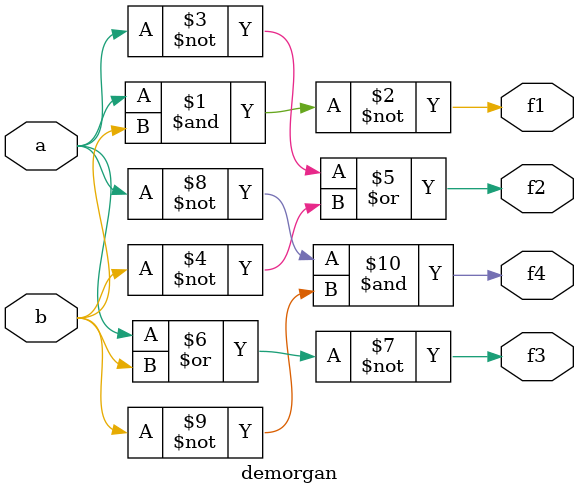
<source format=v>
`timescale 1ns / 1ps


module demorgan(
    input a,
    input b,
    output f1,
    output f2,
    output f3,
    output f4
    );
    assign f1=~(a&b);
    assign f2=(~a)|(~b);
    assign f3=~(a|b);
    assign f4=(~a)&(~b);
endmodule


</source>
